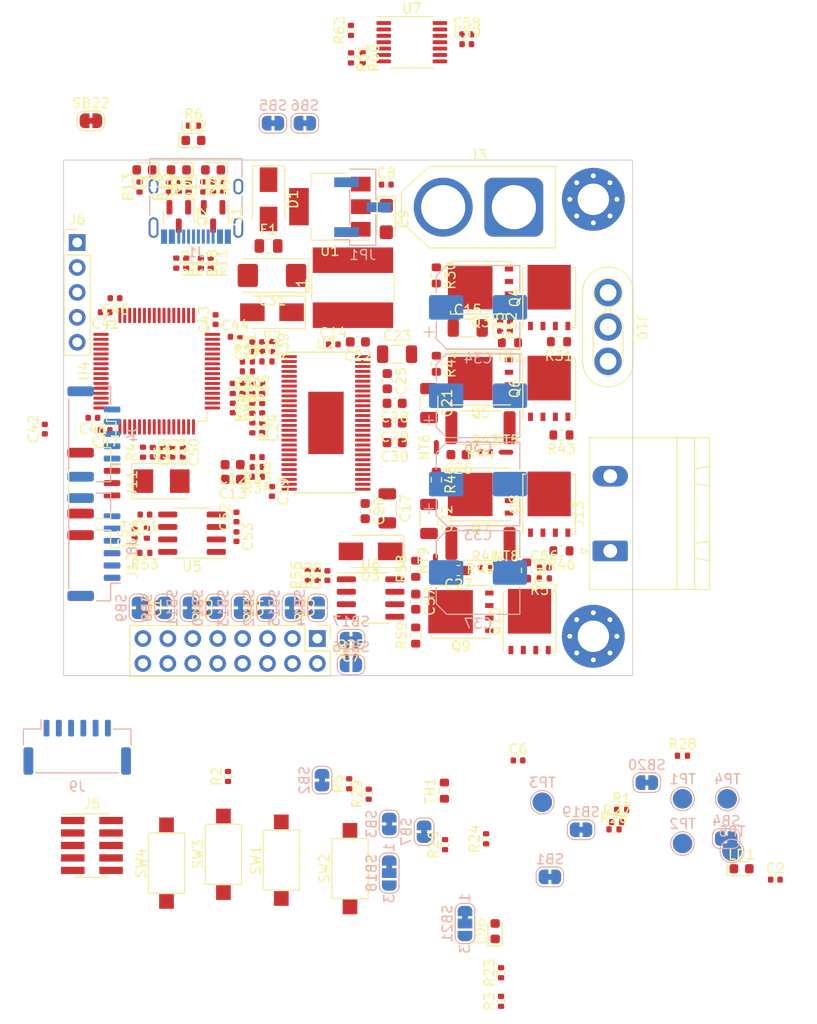
<source format=kicad_pcb>
(kicad_pcb (version 20211014) (generator pcbnew)
  (title_block (title "MoCo-O"))
  (layers (0 "F.Cu" signal) (1 "In1.Cu" signal) (2 "In2.Cu" signal) (31 "B.Cu" signal) (34 "B.Paste" user) (35 "F.Paste" user) (36 "B.SilkS" user "B.Silkscreen") (37 "F.SilkS" user "F.Silkscreen") (38 "B.Mask" user) (39 "F.Mask" user) (44 "Edge.Cuts" user))
  (net 0 "")
  (net 1 "Net-(C1-Pad1)")
  (net 2 "GND")
  (net 3 "/POWER_TEMP")
  (net 4 "Net-(C3-Pad1)")
  (net 5 "Net-(C4-Pad1)")
  (net 6 "Net-(C5-Pad1)")
  (net 7 "/MCU/VBUS_S")
  (net 8 "Net-(C7-Pad1)")
  (net 9 "+5V")
  (net 10 "VCC")
  (net 11 "Net-(C10-Pad1)")
  (net 12 "Net-(C11-Pad1)")
  (net 13 "/MCU/M0_CUR_SENSE_1")
  (net 14 "Net-(C14-Pad2)")
  (net 15 "Vdrive")
  (net 16 "/MCU/M0_CUR_SENSE_2")
  (net 17 "Net-(C19-Pad1)")
  (net 18 "GATE_VDD")
  (net 19 "Net-(C18-Pad1)")
  (net 20 "Net-(C24-Pad1)")
  (net 21 "Net-(C25-Pad1)")
  (net 22 "Net-(C25-Pad2)")
  (net 23 "Net-(C24-Pad2)")
  (net 24 "/Motor Driver/MOTOR_A")
  (net 25 "Net-(C26-Pad1)")
  (net 26 "/Motor Driver/MOTOR_B")
  (net 27 "Net-(C28-Pad2)")
  (net 28 "/Motor Driver/MOTOR_C")
  (net 29 "Net-(C29-Pad2)")
  (net 30 "Net-(C27-Pad1)")
  (net 31 "Net-(C30-Pad2)")
  (net 32 "/MCU/M0_TEMP")
  (net 33 "Net-(C39-Pad2)")
  (net 34 "Net-(C40-Pad2)")
  (net 35 "/MCU_~{RESET}")
  (net 36 "Net-(C46-Pad1)")
  (net 37 "Net-(C44-Pad1)")
  (net 38 "/CAN BUS/CAN_H")
  (net 39 "/CAN BUS/CAN_L")
  (net 40 "/Braking Circuit/TEMP_SENSE")
  (net 41 "Net-(D1-Pad1)")
  (net 42 "Net-(D1-Pad2)")
  (net 43 "VBUS")
  (net 44 "Net-(J1-PadA5)")
  (net 45 "Net-(J1-PadA6)")
  (net 46 "Net-(J1-PadA7)")
  (net 48 "Net-(J1-PadB5)")
  (net 50 "/PA0_CONN")
  (net 51 "/PA1_CONN")
  (net 52 "/PA2")
  (net 53 "/PA3")
  (net 54 "/PA7")
  (net 55 "/PA15_CONN")
  (net 56 "Net-(J4-Pad1)")
  (net 57 "/ENC_A")
  (net 58 "/ENC_B")
  (net 59 "/ENC_Z")
  (net 60 "/SWDIO")
  (net 61 "/SWCLK")
  (net 65 "Net-(J5-Pad9)")
  (net 66 "Net-(J8-Pad1)")
  (net 67 "/SPI_CLK")
  (net 68 "/SPI_MOSI")
  (net 69 "/SPI_MISO")
  (net 70 "/SPI_~{CS}_AS5047x")
  (net 71 "/AS5047x_A")
  (net 72 "/AS5047x_B")
  (net 73 "/AS5047x_I")
  (net 74 "/USER_Button1")
  (net 75 "/USER_Button2")
  (net 77 "Net-(LD1-Pad2)")
  (net 78 "Net-(LD2-Pad2)")
  (net 79 "Net-(LD3-Pad2)")
  (net 80 "Net-(LD4-Pad2)")
  (net 81 "Net-(LD5-Pad2)")
  (net 82 "Net-(LD6-Pad1)")
  (net 83 "Net-(LD6-Pad2)")
  (net 84 "Net-(Q1-Pad1)")
  (net 85 "Net-(Q1-Pad3)")
  (net 86 "Net-(Q2-Pad1)")
  (net 87 "Net-(Q2-Pad3)")
  (net 88 "Net-(Q3-Pad4)")
  (net 89 "Net-(Q4-Pad4)")
  (net 90 "Net-(Q5-Pad4)")
  (net 91 "/Motor Driver/SL_B")
  (net 92 "Net-(Q6-Pad4)")
  (net 93 "Net-(Q7-Pad4)")
  (net 94 "/Motor Driver/SL_C")
  (net 95 "Net-(Q8-Pad4)")
  (net 96 "Net-(Q9-Pad4)")
  (net 97 "Net-(Q10-Pad4)")
  (net 98 "Net-(R1-Pad1)")
  (net 99 "Net-(R2-Pad1)")
  (net 100 "/MCU_BOOT0")
  (net 101 "Net-(R5-Pad1)")
  (net 102 "Net-(R6-Pad1)")
  (net 103 "Net-(Q1-Pad2)")
  (net 104 "Net-(Q2-Pad2)")
  (net 105 "Net-(R13-Pad1)")
  (net 106 "/PA0")
  (net 107 "/USB_D-")
  (net 108 "/USB_D+")
  (net 109 "/PA1")
  (net 110 "/PA15")
  (net 111 "/PB2_CONN")
  (net 112 "/PB2")
  (net 113 "/PB3_CONN")
  (net 114 "/PB3")
  (net 115 "/Motor Driver/GH_A")
  (net 116 "/Motor Driver/GL_A")
  (net 117 "Net-(R33-Pad1)")
  (net 118 "/~{FAULT}")
  (net 119 "/EN_GATE")
  (net 120 "/~{OCTW}")
  (net 121 "Net-(C57-Pad1)")
  (net 122 "Net-(R38-Pad2)")
  (net 123 "Net-(R39-Pad2)")
  (net 124 "Net-(R40-Pad2)")
  (net 125 "/Motor Driver/PWRGD")
  (net 126 "/Motor Driver/GH_B")
  (net 127 "/Motor Driver/GL_B")
  (net 128 "/Motor Driver/GH_C")
  (net 129 "/Motor Driver/GL_C")
  (net 130 "/Motor Driver/V_SENSE")
  (net 131 "Net-(R53-Pad1)")
  (net 132 "/Braking Circuit/HI")
  (net 133 "/Braking Circuit/LI")
  (net 134 "Net-(R58-Pad2)")
  (net 135 "Net-(R59-Pad2)")
  (net 136 "/USER_LED2")
  (net 137 "/USER_LED1")
  (net 138 "/SPI_~{CS}_DRV8301")
  (net 139 "/MCU/M0_AH")
  (net 140 "/MCU/M0_AL")
  (net 141 "/MCU/M0_BH")
  (net 142 "/MCU/M0_BL")
  (net 143 "/MCU/M0_CH")
  (net 144 "/MCU/M0_CL")
  (net 146 "/PC4")
  (net 147 "/PB0")
  (net 148 "/PB1")
  (net 149 "/PC8")
  (net 150 "/CNA_RX")
  (net 151 "/CNA_TX")
  (net 152 "/Rotary Position Sensor/W{slash}PWM")
  (net 153 "/Rotary Position Sensor/V")
  (net 154 "/Rotary Position Sensor/U")
  (net 155 "Net-(C57-Pad2)")
  (net 156 "Net-(R34-Pad1)")
  (net 157 "/Motor Driver/SP1")
  (net 158 "/Motor Driver/SP2")
  (net 159 "/Motor Driver/SN1")
  (net 160 "/Motor Driver/SN2")
  (net 161 "Net-(R26-Pad1)")
  (footprint "Capacitor_SMD:C_0402_1005Metric" (layer "F.Cu") (at 61.25 80.25 180)
    (fp_text reference "C18")
    (fp_text value "1uF")
  )
  (footprint "Resistor_SMD:R_0402_1005Metric" (layer "F.Cu") (at 62.24 70.51)
    (fp_text reference "R32")
    (fp_text value "47k")
  )
  (footprint "Capacitor_SMD:C_0402_1005Metric" (layer "F.Cu") (at 39.6 77.4 90)
    (fp_text reference "C42")
    (fp_text value "100nF")
  )
  (footprint "Package_TO_SOT_SMD:TDSON-8-1" (layer "F.Cu") (at 89 97 90)
    (fp_text reference "Q10")
    (fp_text value "CSD18540Q5B")
  )
  (footprint "Button_Switch_SMD:SW_SPST_CK_RS282G05A3" (layer "F.Cu") (at 52 121.6 90)
    (fp_text reference "SW4")
    (fp_text value "SW_Push")
  )
  (footprint "Resistor_SMD:R_0603_1608Metric" (layer "F.Cu") (at 92 68.5 180)
    (fp_text reference "R31")
    (fp_text value "2.2R")
  )
  (footprint "Resistor_SMD:R_0402_1005Metric" (layer "F.Cu") (at 61.25 82.25 180)
    (fp_text reference "R34")
    (fp_text value "22R")
  )
  (footprint "Connector_Phoenix_GMSTB:PhoenixContact_GMSTBA_2,5_2-G-7,62_1x02_P7.62mm_Horizontal" (layer "F.Cu") (at 97.2225 89.81 90)
    (fp_text reference "J13")
    (fp_text value "Conn_01x02")
  )
  (footprint "Capacitor_SMD:C_0603_1608Metric" (layer "F.Cu") (at 72.25 85.75 -90)
    (fp_text reference "C20")
    (fp_text value "100nF/50V")
  )
  (footprint "Capacitor_SMD:C_0402_1005Metric" (layer "F.Cu") (at 61.75 77.27 -90)
    (fp_text reference "C24")
    (fp_text value "22nF")
  )
  (footprint "Capacitor_SMD:C_0402_1005Metric" (layer "F.Cu") (at 61.75 75.27 90)
    (fp_text reference "C16")
    (fp_text value "2.2uF")
  )
  (footprint "Resistor_SMD:R_0402_1005Metric" (layer "F.Cu") (at 55.75 52.74 90)
    (fp_text reference "R15")
    (fp_text value "330R")
  )
  (footprint "Resistor_SMD:R_0402_1005Metric" (layer "F.Cu") (at 61.25 81.25 180)
    (fp_text reference "R33")
    (fp_text value "22R")
  )
  (footprint "Capacitor_SMD:C_0402_1005Metric" (layer "F.Cu") (at 90.5 91.5)
    (fp_text reference "C56")
    (fp_text value "2.2uF")
  )
  (footprint "Crystal:Crystal_SMD_5032-2Pin_5.0x3.2mm" (layer "F.Cu") (at 51.5 82.7)
    (fp_text reference "U3")
    (fp_text value "8MHz")
  )
  (footprint "Package_SO:TSSOP-14_4.4x5mm_P0.65mm" (layer "F.Cu") (at 77 38)
    (fp_text reference "U7")
    (fp_text value "AS5047x")
  )
  (footprint "Resistor_SMD:R_2512_6332Metric" (layer "F.Cu") (at 84 77.25 180)
    (fp_text reference "R44")
    (fp_text value "0.5mΩ")
  )
  (footprint "Resistor_SMD:R_0603_1608Metric" (layer "F.Cu") (at 79.5 82.55 -90)
    (fp_text reference "R45")
    (fp_text value "2.2R")
  )
  (footprint "Capacitor_SMD:C_0402_1005Metric" (layer "F.Cu") (at 82.6 38.2)
    (fp_text reference "C59")
    (fp_text value "100nF")
  )
  (footprint "Resistor_SMD:R_0402_1005Metric" (layer "F.Cu") (at 51.2 95.6 90)
    (fp_text reference "R14")
    (fp_text value "3.3k")
  )
  (footprint "Package_TO_SOT_SMD:SOT-23" (layer "F.Cu") (at 53.25 55.75 -90)
    (fp_text reference "Q2")
    (fp_text value "AO3413")
  )
  (footprint "Capacitor_SMD:C_0402_1005Metric" (layer "F.Cu") (at 51.6 79.75 -90)
    (fp_text reference "C40")
    (fp_text value "20pF")
  )
  (footprint "Button_Switch_SMD:SW_SPST_CK_RS282G05A3" (layer "F.Cu") (at 57.8 120.7 90)
    (fp_text reference "SW3")
    (fp_text value "SW_Push")
  )
  (footprint "MountingHole:MountingHole_3.2mm_M3_Pad_Via" (layer "F.Cu") (at 95.5 54)
    (fp_text reference "H1" hide)
    (fp_text value "MountingHole_Pad" hide)
  )
  (footprint "Connector_PinHeader_2.54mm:PinHeader_1x05_P2.54mm_Vertical" (layer "F.Cu") (at 42.9 58.4)
    (fp_text reference "J6")
    (fp_text value "ST-LINK")
  )
  (footprint "Resistor_SMD:R_0402_1005Metric" (layer "F.Cu") (at 84.5 79.75)
    (fp_text reference "R47")
    (fp_text value "120R")
  )
  (footprint "Resistor_SMD:R_0402_1005Metric" (layer "F.Cu") (at 90.5 92.6 180)
    (fp_text reference "R57")
    (fp_text value "10k")
  )
  (footprint "Resistor_SMD:R_0603_1608Metric" (layer "F.Cu") (at 80.32 114.22 90)
    (fp_text reference "TH1")
    (fp_text value "NCP18XH103F03RB")
  )
  (footprint "Resistor_SMD:R_0603_1608Metric" (layer "F.Cu") (at 92.25 89.8 180)
    (fp_text reference "R46")
    (fp_text value "2.2R")
  )
  (footprint "Package_SO:SOIC-8_3.9x4.9mm_P1.27mm" (layer "F.Cu") (at 54.6 88 180)
    (fp_text reference "U5")
    (fp_text value "TJA1051T-3")
  )
  (footprint "Resistor_SMD:R_0402_1005Metric" (layer "F.Cu") (at 62.75 69 -90)
    (fp_text reference "R39")
    (fp_text value "220k 1%")
  )
  (footprint "Capacitor_SMD:C_0402_1005Metric" (layer "F.Cu") (at 49.8 95.6 -90)
    (fp_text reference "C1")
    (fp_text value "82pF")
  )
  (footprint "Capacitor_SMD:C_0402_1005Metric" (layer "F.Cu") (at 62.75 83.75 -90)
    (fp_text reference "C19")
    (fp_text value "1uF")
  )
  (footprint "Resistor_SMD:R_0603_1608Metric" (layer "F.Cu") (at 79.5 61.75 -90)
    (fp_text reference "R30")
    (fp_text value "2.2R")
  )
  (footprint "Resistor_SMD:R_0603_1608Metric" (layer "F.Cu") (at 77.4 91.625 90)
    (fp_text reference "R58")
    (fp_text value "2.2R")
  )
  (footprint "Capacitor_SMD:C_0402_1005Metric" (layer "F.Cu") (at 52.59099 79.75 -90)
    (fp_text reference "C49")
    (fp_text value "100nF")
  )
  (footprint "Capacitor_SMD:C_0603_1608Metric" (layer "F.Cu") (at 74.5 72.52 -90)
    (fp_text reference "C25")
    (fp_text value "100nF/50V")
  )
  (footprint "LED_SMD:LED_0603_1608Metric" (layer "F.Cu") (at 56.75 51 180)
    (fp_text reference "LD4")
    (fp_text value "LED")
  )
  (footprint "LED_SMD:LED_0603_1608Metric" (layer "F.Cu") (at 85.49 128.53 90)
    (fp_text reference "LD6")
    (fp_text value "LED")
  )
  (footprint "Package_TO_SOT_SMD:TDSON-8-1" (layer "F.Cu") (at 84 72.25 180)
    (fp_text reference "Q5")
    (fp_text value "CSD18540Q5B")
  )
  (footprint "Capacitor_SMD:C_0603_1608Metric" (layer "F.Cu") (at 81.75 91.8 180)
    (fp_text reference "C27")
    (fp_text value "2.2nF")
  )
  (footprint "Capacitor_SMD:C_0402_1005Metric" (layer "F.Cu") (at 87 66.9 90)
    (fp_text reference "C35")
    (fp_text value "2.2uF")
  )
  (footprint "Resistor_SMD:R_0402_1005Metric" (layer "F.Cu") (at 66.8 95.6 90)
    (fp_text reference "R22")
    (fp_text value "3.3k")
  )
  (footprint "Package_SO:HTSSOP-56-1EP_6.1x14mm_P0.5mm_EP3.61x6.35mm" (layer "F.Cu") (at 68.25 76.77)
    (fp_text reference "U2")
    (fp_text value "DRV8301")
  )
  (footprint "Resistor_SMD:R_0402_1005Metric" (layer "F.Cu") (at 53.25 52.75 90)
    (fp_text reference "R10")
    (fp_text value "10k")
  )
  (footprint "Diode_SMD:D_SMA" (layer "F.Cu") (at 62.75 65.5 180)
    (fp_text reference "D2")
    (fp_text value "SS34")
  )
  (footprint "Resistor_SMD:R_0402_1005Metric" (layer "F.Cu") (at 56.5 60.5 -90)
    (fp_text reference "R11")
    (fp_text value "5.1k")
  )
  (footprint "Resistor_SMD:R_0402_1005Metric" (layer "F.Cu") (at 60.24 71.52 180)
    (fp_text reference "R50")
    (fp_text value "18k")
  )
  (footprint "Capacitor_SMD:C_0402_1005Metric" (layer "F.Cu") (at 59.13 88.35 -90)
    (fp_text reference "C53")
    (fp_text value "100nF")
  )
  (footprint "Capacitor_SMD:C_1206_3216Metric" (layer "F.Cu") (at 74.5 85.475 -90)
    (fp_text reference "C17")
    (fp_text value "4.7uF/50V")
  )
  (footprint "Package_QFP:LQFP-64_10x10mm_P0.5mm" (layer "F.Cu") (at 51 71.5 90)
    (fp_text reference "U4")
    (fp_text value "STM32F405RGTx")
  )
  (footprint "LED_SMD:LED_0603_1608Metric" (layer "F.Cu") (at 110.61 122.17)
    (fp_text reference "LD1")
    (fp_text value "LED")
  )
  (footprint "Capacitor_SMD:C_0402_1005Metric" (layer "F.Cu") (at 70.8 99.4 180)
    (fp_text reference "C7")
    (fp_text value "82pF")
  )
  (footprint "Resistor_SMD:R_0402_1005Metric" (layer "F.Cu") (at 60.75 73.26 -90)
    (fp_text reference "R35")
    (fp_text value "10k")
  )
  (footprint "Package_TO_SOT_SMD:TDSON-8-1" (layer "F.Cu") (at 91 64 90)
    (fp_text reference "Q4")
    (fp_text value "CSD18540Q5B")
  )
  (footprint "Package_TO_SOT_SMD:SOT-23" (layer "F.Cu") (at 56.75 55.75 -90)
    (fp_text reference "Q1")
    (fp_text value "AO3413")
  )
  (footprint "Package_TO_SOT_SMD:TDSON-8-1" (layer "F.Cu") (at 84 63 180)
    (fp_text reference "Q3")
    (fp_text value "CSD18540Q5B")
  )
  (footprint "Resistor_SMD:R_0402_1005Metric" (layer "F.Cu") (at 56.75 52.75 -90)
    (fp_text reference "R9")
    (fp_text value "10k")
  )
  (footprint "Resistor_SMD:R_0402_1005Metric" (layer "F.Cu") (at 58.27 112.77 90)
    (fp_text reference "R2")
    (fp_text value "10k")
  )
  (footprint "Resistor_SMD:R_0603_1608Metric" (layer "F.Cu") (at 88.7 91.8 -90)
    (fp_text reference "TH3")
    (fp_text value "NCP18XH103F03RB")
  )
  (footprint "Resistor_SMD:R_0402_1005Metric" (layer "F.Cu") (at 104.58 110.66)
    (fp_text reference "R28")
    (fp_text value "3.3k")
  )
  (footprint "NetTie:NetTie-2_SMD_Pad0.5mm" (layer "F.Cu") (at 79.5 79.25 90)
    (fp_text reference "NT6")
    (fp_text value "NetTie_2")
  )
  (footprint "Capacitor_Tantalum_SMD:CP_EIA-6032-28_Kemet-C" (layer "F.Cu") (at 62.75 61.75 180)
    (fp_text reference "C31")
    (fp_text value "68uF")
  )
  (footprint "LED_SMD:LED_0603_1608Metric" (layer "F.Cu") (at 54.75 48)
    (fp_text reference "LD2")
    (fp_text value "LED")
  )
  (footprint "Resistor_SMD:R_0603_1608Metric" (layer "F.Cu") (at 92.25 78 180)
    (fp_text reference "R43")
    (fp_text value "2.2R")
  )
  (footprint "Capacitor_SMD:C_0402_1005Metric" (layer "F.Cu") (at 55 95.6 -90)
    (fp_text reference "C3")
    (fp_text value "82pF")
  )
  (footprint "Resistor_SMD:R_0402_1005Metric" (layer "F.Cu") (at 54.75 46.5)
    (fp_text reference "R6")
    (fp_text value "1k")
  )
  (footprint "Capacitor_SMD:C_0402_1005Metric" (layer "F.Cu") (at 68.4 92.32 90)
    (fp_text reference "C55")
    (fp_text value "2.2uF")
  )
  (footprint "Capacitor_SMD:C_0402_1005Metric" (layer "F.Cu") (at 59 68)
    (fp_text reference "C44")
    (fp_text value "2.2uF/25V")
  )
  (footprint "Capacitor_SMD:C_0402_1005Metric" (layer "F.Cu") (at 44.5 76.25 180)
    (fp_text reference "C48")
    (fp_text value "100nF")
  )
  (footprint "Capacitor_SMD:C_0603_1608Metric" (layer "F.Cu") (at 75.25 74.77 180)
    (fp_text reference "C28")
    (fp_text value "100nF/50V")
  )
  (footprint "Package_TO_SOT_SMD:TDSON-8-1" (layer "F.Cu") (at 84 84.05 180)
    (fp_text reference "Q7")
    (fp_text value "CSD18540Q5B")
  )
  (footprint "Fuse:Fuse_0805_2012Metric" (layer "F.Cu") (at 62.4 58.75)
    (fp_text reference "F1")
    (fp_text value "500mA/6V")
  )
  (footprint "Capacitor_SMD:C_0402_1005Metric" (layer "F.Cu") (at 46.75 64.065864 180)
    (fp_text reference "C46")
    (fp_text value "2.2uF/25V")
  )
  (footprint "Resistor_SMD:R_0402_1005Metric" (layer "F.Cu") (at 72 39.6 -90)
    (fp_text reference "R60")
    (fp_text value "10k")
  )
  (footprint "moco:AMASS MR30PB-F" (layer "F.Cu") (at 97 67 -90)
    (fp_text reference "J10")
    (fp_text value "Conn_01x03")
  )
  (footprint "Resistor_SMD:R_0603_1608Metric" (layer "F.Cu") (at 87 68.6 180)
    (fp_text reference "TH2")
    (fp_text value "NCP18XH103F03RB")
  )
  (footprint "Capacitor_SMD:C_0402_1005Metric" (layer "F.Cu") (at 53.65165 79.75 -90)
    (fp_text reference "C50")
    (fp_text value "1uF/25V")
  )
  (footprint "NetTie:NetTie-2_SMD_Pad0.5mm" (layer "F.Cu") (at 86.6 79.75)
    (fp_text reference "NT5")
    (fp_text value "NetTie_2")
  )
  (footprint "Resistor_SMD:R_0402_1005Metric" (layer "F.Cu") (at 61.6 95.6 90)
    (fp_text reference "R21")
    (fp_text value "3.3k")
  )
  (footprint "Capacitor_SMD:C_0603_1608Metric" (layer "F.Cu") (at 75.25 76.77 180)
    (fp_text reference "C29")
    (fp_text value "100nF/50V")
  )
  (footprint "Connector_PinHeader_2.54mm:PinHeader_2x08_P2.54mm_Vertical" (layer "F.Cu") (at 67.375 98.725 -90)
    (fp_text reference "J2")
    (fp_text value "Conn_02x10_Odd_Even")
  )
  (footprint "Connector_JST:JST_GH_SM03B-GHS-TB_1x03-1MP_P1.25mm_Horizontal" (layer "F.Cu") (at 44.6 82.9 -90)
    (fp_text reference "J11")
    (fp_text value "Conn_02x02_Top_Bottom")
  )
  (footprint "Capacitor_SMD:C_0402_1005Metric" (layer "F.Cu") (at 82.6 37.2)
    (fp_text reference "C58")
    (fp_text value "1uF")
  )
  (footprint "Capacitor_SMD:C_0402_1005Metric" (layer "F.Cu") (at 65.4 95.6 -90)
    (fp_text reference "C5")
    (fp_text value "82pF")
  )
  (footprint "Connector_JST:JST_GH_SM03B-GHS-TB_1x03-1MP_P1.25mm_Horizontal" (layer "F.Cu") (at 44.6 91.3 -90)
    (fp_text reference "J12")
    (fp_text value "Conn_02x02_Top_Bottom")
  )
  (footprint "Resistor_SMD:R_0402_1005Metric" (layer "F.Cu") (at 97.88 117.42)
    (fp_text reference "R27")
    (fp_text value "3.3k")
  )
  (footprint "Package_TO_SOT_SMD:TDSON-8-1" (layer "F.Cu") (at 91 73.25 90)
    (fp_text reference "Q6")
    (fp_text value "CSD18540Q5B")
  )
  (footprint "Resistor_SMD:R_0402_1005Metric" (layer "F.Cu") (at 86 66.9 -90)
    (fp_text reference "R52")
    (fp_text value "10k")
  )
  (footprint "Package_TO_SOT_SMD:TDSON-8-1" (layer "F.Cu") (at 91 85.05 90)
    (fp_text reference "Q8")
    (fp_text value "CSD18540Q5B")
  )
  (footprint "Capacitor_SMD:C_0402_1005Metric" (layer "F.Cu") (at 74.402024 52.5)
    (fp_text reference "C8")
    (fp_text value "10uF")
  )
  (footprint "Capacitor_SMD:C_0603_1608Metric" (layer "F.Cu") (at 58.75 82.52 180)
    (fp_text reference "C13")
    (fp_text value "2.2nF")
  )
  (footprint "Resistor_SMD:R_0402_1005Metric" (layer "F.Cu") (at 86.09 135.67 90)
    (fp_text reference "R3")
    (fp_text value "10k")
  )
  (footprint "Resistor_SMD:R_0402_1005Metric" (layer "F.Cu") (at 84.57 119.12 90)
    (fp_text reference "R24")
    (fp_text value "1k")
  )
  (footprint "Connector_PinHeader_1.27mm:PinHeader_2x05_P1.27mm_Vertical_SMD" (layer "F.Cu") (at 44.4 119.8)
    (fp_text reference "J5")
    (fp_text value "SWD 10-Pin")
  )
  (footprint "Capacitor_SMD:C_0402_1005Metric" (layer "F.Cu") (at 59.13 86.35 90)
    (fp_text reference "C52")
    (fp_text value "47uF")
  )
  (footprint "Capacitor_SMD:C_0603_1608Metric" (layer "F.Cu") (at 77.4 94.975 -90)
    (fp_text reference "C57")
    (fp_text value "100nF/50V")
  )
  (footprint "Resistor_SMD:R_0402_1005Metric" (layer "F.Cu") (at 70.8 39.6 -90)
    (fp_text reference "R61")
    (fp_text value "10k")
  )
  (footprint "Capacitor_SMD:C_1206_3216Metric" (layer "F.Cu") (at 75.5 69.77)
    (fp_text reference "C23")
    (fp_text value "4.7uF/50V")
  )
  (footprint "Capacitor_SMD:C_1206_3216Metric" (layer "F.Cu") (at 78.75 86.55 -90)
    (fp_text reference "C32")
    (fp_text value "2.2uF/100V")
  )
  (footprint "Diode_SMD:D_SMA" (layer "F.Cu") (at 72.8 89.85 180)
    (fp_text reference "D3")
    (fp_text value "SS34")
  )
  (footprint "Resistor_SMD:R_0402_1005Metric" (layer "F.Cu") (at 60.75 75.27 90)
    (fp_text reference "R38")
    (fp_text value "3.3k")
  )
  (footprint "Capacitor_SMD:C_0402_1005Metric" (layer "F.Cu") (at 50.6 79.75 -90)
    (fp_text reference "C39")
    (fp_text value "20pF")
  )
  (footprint "MountingHole:MountingHole_3.2mm_M3_Pad_Via" (layer "F.Cu") (at 95.5 98.5)
    (fp_text reference "H2" hide)
    (fp_text value "MountingHole_Pad" hide)
  )
  (footprint "Resistor_SMD:R_2512_6332Metric" (layer "F.Cu") (at 84 89.05 180)
    (fp_text reference "R49")
    (fp_text value "0.5mΩ")
  )
  (footprint "Package_TO_SOT_SMD:SOT-223-3_TabPin2" (layer "F.Cu") (at 68.65 54.75 180)
    (fp_text reference "U1")
    (fp_text value "AMS1117-3.3")
  )
  (footprint "Button_Switch_SMD:SW_SPST_CK_RS282G05A3" (layer "F.Cu") (at 70.7 122.16 90)
    (fp_text reference "SW2")
    (fp_text value "SW_Push")
  )
  (footprint "Capacitor_SMD:C_0603_1608Metric" (layer "F.Cu") (at 75.25 78.77 180)
    (fp_text reference "C30")
    (fp_text value "100nF/50V")
  )
  (footprint "LED_SMD:LED_0603_1608Metric" (layer "F.Cu") (at 53.25 51 180)
    (fp_text reference "LD5")
    (fp_text value "LED")
  )
  (footprint "Resistor_SMD:R_0402_1005Metric" (layer "F.Cu") (at 50 88 90)
    (fp_text reference "R54")
    (fp_text value "120R")
  )
  (footprint "Capacitor_SMD:C_0402_1005Metric" (layer "F.Cu") (at 49.8 86.1 180)
    (fp_text reference "C51")
    (fp_text value "100nF")
  )
  (footprint "Resistor_SMD:R_0402_1005Metric" (layer "F.Cu") (at 61.75 73.27 90)
    (fp_text reference "R40")
    (fp_text value "18k")
  )
  (footprint "Capacitor_SMD:C_0402_1005Metric" (layer "F.Cu") (at 45.75 65.5 180)
    (fp_text reference "C41")
    (fp_text value "100nF")
  )
  (footprint "Resistor_SMD:R_0402_1005Metric" (layer "F.Cu") (at 60.24 70.52)
    (fp_text reference "R51")
    (fp_text value "3.3k")
  )
  (footprint "Diode_SMD:D_SMA" (layer "F.Cu") (at 62.4 54 -90)
    (fp_text reference "D1")
    (fp_text value "SS34")
  )
  (footprint "MountingHole:MountingHole_3.2mm_M3_ISO14580" (layer "F.Cu") (at 45.5 54)
    (fp_text reference "H3" hide)
    (fp_text value "MountingHole" hide)
  )
  (footprint "Resistor_SMD:R_0402_1005Metric" (layer "F.Cu") (at 53 60.5 -90)
    (fp_text reference "R12")
    (fp_text value "5.1k")
  )
  (footprint "Capacitor_SMD:C_0603_1608Metric" (layer "F.Cu") (at 81.76 80 180)
    (fp_text reference "C26")
    (fp_text value "2.2nF")
  )
  (footprint "Capacitor_SMD:C_0402_1005Metric" (layer "F.Cu") (at 87.83 111.14)
    (fp_text reference "C6")
    (fp_text value "270pF")
  )
  (footprint "Resistor_SMD:R_0402_1005Metric" (layer "F.Cu") (at 84.51 91.55)
    (fp_text reference "R48")
    (fp_text value "120R")
  )
  (footprint "NetTie:NetTie-2_SMD_Pad0.5mm" (layer "F.Cu") (at 79.4 90.8 90)
    (fp_text reference "NT9")
    (fp_text value "NetTie_2")
  )
  (footprint "Resistor_SMD:R_0402_1005Metric" (layer "F.Cu") (at 59.75 73.25 -90)
    (fp_text reference "R37")
    (fp_text value "10k")
  )
  (footprint "Resistor_SMD:R_0402_1005Metric" (layer "F.Cu") (at 97.61 118.16)
    (fp_text reference "R26")
    (fp_text value "3.3k")
  )
  (footprint "Capacitor_Tantalum_SMD:CP_EIA-3216-18_Kemet-A" (layer "F.Cu") (at 74.4 56 -90)
    (fp_text reference "C9")
    (fp_text value "10uF")
  )
  (footprint "Resistor_SMD:R_0402_1005Metric" (layer "F.Cu") (at 57.75 52.75 90)
    (fp_text reference "R7")
    (fp_text value "150R")
  )
  (footprint "Resistor_SMD:R_0603_1608Metric" (layer "F.Cu") (at 77.4 98.425 90)
    (fp_text reference "R59")
    (fp_text value "2.2R")
  )
  (footprint "Capacitor_SMD:C_0402_1005Metric" (layer "F.Cu") (at 60.2 95.6 -90)
    (fp_text reference "C4")
    (fp_text value "82pF")
  )
  (footprint "Capacitor_SMD:C_0402_1005Metric" (layer "F.Cu") (at 69 68.77)
    (fp_text reference "C14")
    (fp_text value "15nF")
  )
  (footprint "Package_SO:SOIC-8_3.9x4.9mm_P1.27mm" (layer "F.Cu") (at 72.8 94.6)
    (fp_text reference "U6")
    (fp_text value "LM5109A")
  )
  (footprint "Resistor_SMD:R_0402_1005Metric" (layer "F.Cu") (at 67.4 92.29 90)
    (fp_text reference "R55")
    (fp_text value "3.3k")
  )
  (footprint "Resistor_SMD:R_0402_1005Metric" (layer "F.Cu") (at 49.6 79.75 90)
    (fp_text reference "R4")
    (fp_text value "10k")
  )
  (footprint "Resistor_SMD:R_0402_1005Metric" (layer "F.Cu") (at 49.25 52.75 90)
    (fp_text reference "R13")
    (fp_text value "1k")
  )
  (footprint "Capacitor_SMD:C_0402_1005Metric" (layer "F.Cu") (at 57 66.25 90)
    (fp_text reference "C43")
    (fp_text value "100nF")
  )
  (footprint "Capacitor_SMD:C_0402_1005Metric" (layer "F.Cu") (at 114.05 123.28)
    (fp_text reference "C2")
    (fp_text value "2.2uF")
  )
  (footprint "Resistor_SMD:R_0402_1005Metric" (layer "F.Cu") (at 72.61 114.58 90)
    (fp_text reference "R29")
    (fp_text value "1k")
  )
  (footprint "Resistor_SMD:R_0402_1005Metric" (layer "F.Cu") (at 60.75 77.27 -90)
    (fp_text reference "R36")
    (fp_text value "1k")
  )
  (footprint "Button_Switch_SMD:SW_SPST_CK_RS282G05A3" (layer "F.Cu") (at 63.7 121.3 90)
    (fp_text reference "SW1")
    (fp_text value "SW_Push")
  )
  (footprint "Resistor_SMD:R_0402_1005Metric" (layer "F.Cu") (at 52.25 52.75 90)
    (fp_text reference "R16")
    (fp_text value "330R")
  )
  (footprint "Jumper:SolderJumper-2_P1.3mm_Bridged_RoundedPad1.0x1.5mm" (layer "F.Cu") (at 44.3 46)
    (fp_text reference "SB22")
    (fp_text value "SolderJumper_2_Bridged")
  )
  (footprint "Resistor_SMD:R_0603_1608Metric" (layer "F.Cu") (at 79.5 70.75 -90)
    (fp_text reference "R42")
    (fp_text value "2.2R")
  )
  (footprint "Resistor_SMD:R_0402_1005Metric" (layer "F.Cu") (at 49.79 90 180)
    (fp_text reference "R53")
    (fp_text value "10k")
  )
  (footprint "Capacitor_SMD:C_0402_1005Metric" (layer "F.Cu") (at 48.75 88.02 90)
    (fp_text reference "C54")
    (fp_text value "100pF")
  )
  (footprint "Capacitor_SMD:C_0402_1005Metric" (layer "F.Cu") (at 58.75 75.25 -90)
    (fp_text reference "C45")
    (fp_text value "100nF")
  )
  (footprint "Resistor_SMD:R_0402_1005Metric" (layer "F.Cu") (at 70.62 113.52 90)
    (fp_text reference "R5")
    (fp_text value "1k")
  )
  (footprint "Resistor_SMD:R_0402_1005Metric" (layer "F.Cu") (at 70.8 100.6)
    (fp_text reference "R25")
    (fp_text value "3.3k")
  )
  (footprint "Resistor_SMD:R_0402_1005Metric" (layer "F.Cu") (at 70.8 36.8 90)
    (fp_text reference "R62")
    (fp_text value "10k")
  )
  (footprint "MountingHole:MountingHole_3.2mm_M3_ISO14580" (layer "F.Cu") (at 45.5 98.5)
    (fp_text reference "H4" hide)
    (fp_text value "MountingHole" hide)
  )
  (footprint "Resistor_SMD:R_0402_1005Metric" (layer "F.Cu") (at 55.5 60.5 -90)
    (fp_text reference "R18")
    (fp_text value "22R")
  )
  (footprint "Resistor_SMD:R_0402_1005Metric" (layer "F.Cu") (at 58.75 73.26 -90)
    (fp_text reference "R41")
    (fp_text value "10k")
  )
  (footprint "Capacitor_SMD:C_1206_3216Metric" (layer "F.Cu") (at 78.75 74.75 -90)
    (fp_text reference "C21")
    (fp_text value "2.2uF/100V")
  )
  (footprint "Capacitor_SMD:C_0402_1005Metric" (layer "F.Cu") (at 45.75 77.5 180)
    (fp_text reference "C47")
    (fp_text value "100nF")
  )
  (footprint "Resistor_SMD:R_0402_1005Metric" (layer "F.Cu") (at 80.39 119.72 90)
    (fp_text reference "R20")
    (fp_text value "10k")
  )
  (footprint "Resistor_SMD:R_0402_1005Metric" (layer "F.Cu") (at 54.25 52.75 90)
    (fp_text reference "R8")
    (fp_text value "150R")
  )
  (footprint "Capacitor_SMD:C_0402_1005Metric" (layer "F.Cu") (at 60.75 69.02 90)
    (fp_text reference "C10")
    (fp_text value "270pF")
  )
  (footprint "Resistor_SMD:R_0402_1005Metric" (layer "F.Cu") (at 66.4 92.29 90)
    (fp_text reference "R56")
    (fp_text value "3.3k")
  )
  (footprint "Package_TO_SOT_SMD:TDSON-8-1" (layer "F.Cu") (at 82 96 180)
    (fp_text reference "Q9")
    (fp_text value "CSD18540Q5B")
  )
  (footprint "Resistor_SMD:R_0402_1005Metric" (layer "F.Cu") (at 54 60.5 -90)
    (fp_text reference "R17")
    (fp_text value "22R")
  )
  (footprint "Capacitor_SMD:C_0603_1608Metric" (layer "F.Cu") (at 71.5 68.52 180)
    (fp_text reference "C22")
    (fp_text value "100nF/50V")
  )
  (footprint "Capacitor_SMD:C_0603_1608Metric" (layer "F.Cu") (at 58.75 81.02 180)
    (fp_text reference "C12")
    (fp_text value "2.2nF")
  )
  (footprint "Inductor_SMD:L_Bourns-SRN8040_8x8.15mm" (layer "F.Cu") (at 71 63 90)
    (fp_text reference "L1")
    (fp_text value "22uH/1.5A")
  )
  (footprint "Capacitor_SMD:C_1206_3216Metric" (layer "F.Cu") (at 82.7 67.1)
    (fp_text reference "C15")
    (fp_text value "2.2uF/100V")
  )
  (footprint "Capacitor_SMD:C_0402_1005Metric" (layer "F.Cu") (at 61.75 69 90)
    (fp_text reference "C11")
    (fp_text value "82pF")
  )
  (footprint "NetTie:NetTie-2_SMD_Pad0.5mm" (layer "F.Cu") (at 86.6 91.55)
    (fp_text reference "NT8")
    (fp_text value "NetTie_2")
  )
  (footprint "Resistor_SMD:R_0402_1005Metric" (layer "F.Cu") (at 86.09 132.76 90)
    (fp_text reference "R23")
    (fp_text value "10k")
  )
  (footprint "Resistor_SMD:R_0402_1005Metric" (layer "F.Cu") (at 56.4 95.6 90)
    (fp_text reference "R19")
    (fp_text value "3.3k")
  )
  (footprint "LED_SMD:LED_0603_1608Metric" (layer "F.Cu") (at 49.75 51 180)
    (fp_text reference "LD3")
    (fp_text value "LED")
  )
  (footprint "Resistor_SMD:R_0402_1005Metric" (layer "F.Cu") (at 98.38 116.17)
    (fp_text reference "R1")
    (fp_text value "10k")
  )
  (footprint "Connector_AMASS:AMASS_XT60-M_1x02_P7.20mm_Vertical" (layer "F.Cu") (at 80.2 54.8)
    (fp_text reference "J3")
    (fp_text value "Conn_01x02")
  )
  (footprint "Jumper:SolderJumper-2_P1.3mm_Bridged_RoundedPad1.0x1.5mm" (layer "B.Cu") (at 91.07 123 180)
    (fp_text reference "SB1")
    (fp_text value "SolderJumper_2_Bridged")
  )
  (footprint "Jumper:SolderJumper-2_P1.3mm_Bridged_RoundedPad1.0x1.5mm" (layer "B.Cu") (at 70.8 98.8 180)
    (fp_text reference "SB17")
    (fp_text value "SolderJumper_2_Bridged")
  )
  (footprint "Jumper:SolderJumper-2_P1.3mm_Open_RoundedPad1.0x1.5mm" (layer "B.Cu") (at 67.4 95.6 -90)
    (fp_text reference "SB14")
    (fp_text value "SolderJumper_2_Open")
  )
  (footprint "Jumper:SolderJumper-3_P1.3mm_Bridged12_RoundedPad1.0x1.5mm_NumberLabels" (layer "B.Cu") (at 74.7 122.61 -90)
    (fp_text reference "SB18")
    (fp_text value "SolderJumper_3_Bridged12")
  )
  (footprint "Jumper:SolderJumper-2_P1.3mm_Bridged_RoundedPad1.0x1.5mm" (layer "B.Cu") (at 59.6 95.6 -90)
    (fp_text reference "SB13")
    (fp_text value "SolderJumper_2_Bridged")
  )
  (footprint "Capacitor_SMD:CP_Elec_8x10" (layer "B.Cu") (at 83.75 83)
    (fp_text reference "C33")
    (fp_text value "47uF/63V")
  )
  (footprint "Capacitor_SMD:CP_Elec_8x10" (layer "B.Cu") (at 83.75 92)
    (fp_text reference "C37")
    (fp_text value "47uF/63V")
  )
  (footprint "Jumper:SolderJumper-2_P1.3mm_Bridged_RoundedPad1.0x1.5mm" (layer "B.Cu") (at 66.1 46.25 180)
    (fp_text reference "SB6")
    (fp_text value "SolderJumper_2_Bridged")
  )
  (footprint "Jumper:SolderJumper-2_P1.3mm_Open_RoundedPad1.0x1.5mm" (layer "B.Cu") (at 62.2 95.6 -90)
    (fp_text reference "SB12")
    (fp_text value "SolderJumper_2_Open")
  )
  (footprint "TestPoint:TestPoint_Pad_D2.0mm" (layer "B.Cu") (at 109.14 115.05 180)
    (fp_text reference "TP4")
    (fp_text value "TestPoint")
  )
  (footprint "Jumper:SolderJumper-2_P1.3mm_Bridged_RoundedPad1.0x1.5mm" (layer "B.Cu") (at 64.8 95.6 -90)
    (fp_text reference "SB15")
    (fp_text value "SolderJumper_2_Bridged")
  )
  (footprint "Capacitor_SMD:CP_Elec_8x10" (layer "B.Cu") (at 83.75 65)
    (fp_text reference "C34")
    (fp_text value "47uF/63V")
  )
  (footprint "Jumper:SolderJumper-2_P1.3mm_Open_RoundedPad1.0x1.5mm" (layer "B.Cu") (at 70.8 101.4 180)
    (fp_text reference "SB16")
    (fp_text value "SolderJumper_2_Open")
  )
  (footprint "Jumper:SolderJumper-2_P1.3mm_Bridged_RoundedPad1.0x1.5mm" (layer "B.Cu") (at 100.95 113.4 180)
    (fp_text reference "SB20")
    (fp_text value "SolderJumper_2_Bridged")
  )
  (footprint "Connector_JST:JST_GH_BM06B-GHS-TBT_1x06-1MP_P1.25mm_Vertical" (layer "B.Cu") (at 42.9 109.8)
    (fp_text reference "J9")
    (fp_text value "Conn_01x06")
  )
  (footprint "Jumper:SolderJumper-2_P1.3mm_Bridged_RoundedPad1.0x1.5mm" (layer "B.Cu") (at 78.25 118.4 -90)
    (fp_text reference "SB7")
    (fp_text value "SolderJumper_2_Bridged")
  )
  (footprint "Jumper:SolderJumper-3_P1.3mm_Bridged12_RoundedPad1.0x1.5mm_NumberLabels" (layer "B.Cu") (at 82.42 127.75 -90)
    (fp_text reference "SB21")
    (fp_text value "SolderJumper_3_Bridged12")
  )
  (footprint "Connector_JST:JST_GH_SM05B-GHS-TB_1x05-1MP_P1.25mm_Horizontal" (layer "B.Cu") (at 44.6 77.9 90)
    (fp_text reference "J4")
    (fp_text value "Conn_01x05")
  )
  (footprint "Connector_USB:USB_C_Receptacle_HRO_TYPE-C-31-M-12" (layer "B.Cu") (at 55 53.75)
    (fp_text reference "J1")
    (fp_text value "USB_C_Receptacle_USB2.0")
  )
  (footprint "Jumper:SolderJumper-2_P1.3mm_Bridged_RoundedPad1.0x1.5mm" (layer "B.Cu") (at 62.85 46.25 180)
    (fp_text reference "SB5")
    (fp_text value "SolderJumper_2_Bridged")
  )
  (footprint "Jumper:SolderJumper-2_P1.3mm_Bridged_RoundedPad1.0x1.5mm" (layer "B.Cu") (at 49.2 95.6 -90)
    (fp_text reference "SB9")
    (fp_text value "SolderJumper_2_Bridged")
  )
  (footprint "Capacitor_SMD:CP_Elec_8x10" (layer "B.Cu") (at 83.75 74)
    (fp_text reference "C36")
    (fp_text value "47uF/63V")
  )
  (footprint "Jumper:SolderJumper-2_P1.3mm_Bridged_RoundedPad1.0x1.5mm" (layer "B.Cu") (at 74.7 117.61 -90)
    (fp_text reference "SB3")
    (fp_text value "SolderJumper_2_Bridged")
  )
  (footprint "Jumper:SolderJumper-2_P1.3mm_Bridged_RoundedPad1.0x1.5mm" (layer "B.Cu") (at 54.4 95.6 -90)
    (fp_text reference "SB11")
    (fp_text value "SolderJumper_2_Bridged")
  )
  (footprint "TestPoint:TestPoint_Pad_D2.0mm" (layer "B.Cu") (at 104.59 119.6 180)
    (fp_text reference "TP2")
    (fp_text value "TestPoint_Small")
  )
  (footprint "Jumper:SolderJumper-2_P1.3mm_Open_RoundedPad1.0x1.5mm" (layer "B.Cu") (at 51.8 95.6 -90)
    (fp_text reference "SB8")
    (fp_text value "SolderJumper_2_Open")
  )
  (footprint "Jumper:SolderJumper-2_P1.3mm_Bridged_RoundedPad1.0x1.5mm" (layer "B.Cu") (at 109.04 119.1 180)
    (fp_text reference "SB4")
    (fp_text value "SolderJumper_2_Bridged")
  )
  (footprint "Connector_PinHeader_2.54mm:PinHeader_1x03_P2.54mm_Vertical_SMD_Pin1Left" (layer "B.Cu") (at 72 54.8)
    (fp_text reference "JP1")
    (fp_text value "Jumper_3_Open")
  )
  (footprint "Connector_JST:JST_GH_SM06B-GHS-TB_1x06-1MP_P1.25mm_Horizontal" (layer "B.Cu") (at 44.6 89.4 90)
    (fp_text reference "J8")
    (fp_text value "Conn_01x06")
  )
  (footprint "Jumper:SolderJumper-2_P1.3mm_Bridged_RoundedPad1.0x1.5mm" (layer "B.Cu") (at 67.85 113.15 -90)
    (fp_text reference "SB2")
    (fp_text value "SolderJumper_2_Bridged")
  )
  (footprint "TestPoint:TestPoint_Pad_D2.0mm" (layer "B.Cu") (at 104.59 115.05 180)
    (fp_text reference "TP1")
    (fp_text value "TestPoint_Small")
  )
  (footprint "TestPoint:TestPoint_Pad_D2.0mm" (layer "B.Cu") (at 90.3 115.4 180)
    (fp_text reference "TP3")
    (fp_text value "TestPoint")
  )
  (footprint "TestPoint:TestPoint_Pad_D2.0mm" (layer "B.Cu") (at 109.62 120.37 180)
    (fp_text reference "TP5")
    (fp_text value "TestPoint")
  )
  (footprint "Jumper:SolderJumper-2_P1.3mm_Open_RoundedPad1.0x1.5mm" (layer "B.Cu") (at 57 95.6 -90)
    (fp_text reference "SB10")
    (fp_text value "SolderJumper_2_Open")
  )
  (footprint "Jumper:SolderJumper-2_P1.3mm_Bridged_RoundedPad1.0x1.5mm" (layer "B.Cu") (at 94.25 118.2 180)
    (fp_text reference "SB19")
    (fp_text value "SolderJumper_2_Bridged")
  )
  (gr_poly locked (pts (xy 41.5 102.5) (xy 41.5 50) (xy 99.5 50.000001) (xy 99.5 102.500001)) (layer "Edge.Cuts") (width 0.1) (fill none))
)
</source>
